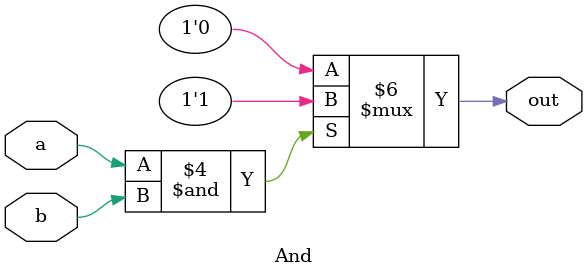
<source format=v>
module And(output reg out, input a, b);
  always @ (a, b) begin
    if (a==1'b1 & b==1'b1) begin
      out = 1'b1; 
    end
    else
      out = 1'b0; 
    end
endmodule

</source>
